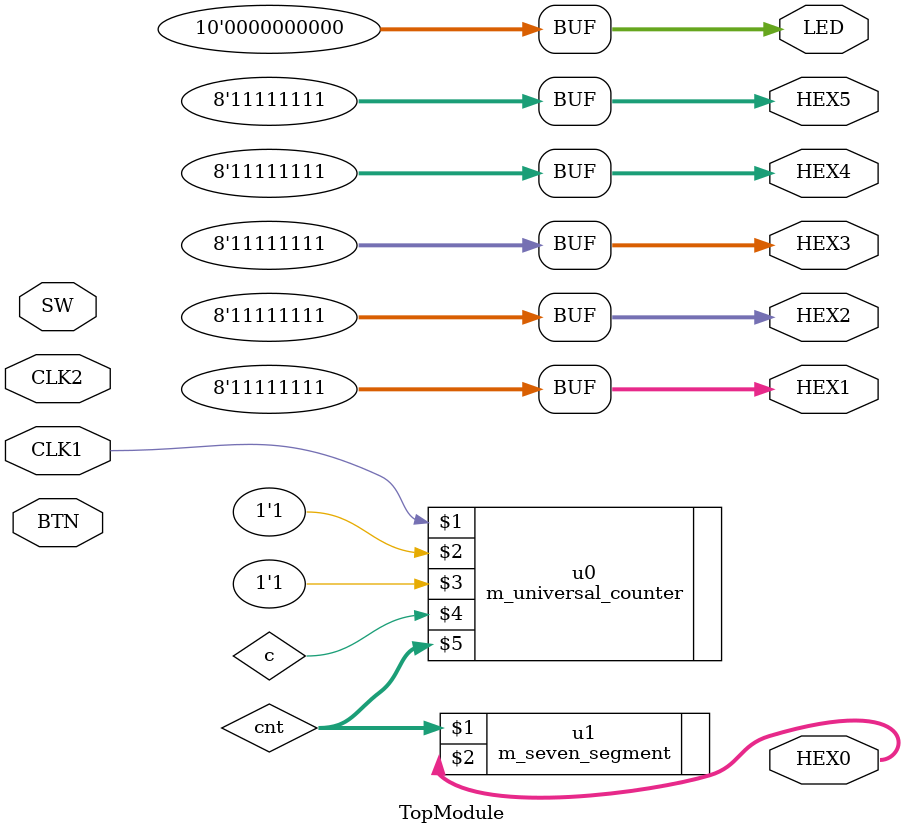
<source format=v>
module TopModule(
	///CLOCK/////
	input              CLK1,
	input              CLK2,
	//// SEG7/////
	output     [7:0]   HEX0,
	output     [7:0]   HEX1,
	output     [7:0]   HEX2,
	output     [7:0]   HEX3,
	output     [7:0]   HEX4,
	output     [7:0]   HEX5,
	//// PUSH BUTTON //////
	input      [1:0]   BTN,
	///// LED////////
	output     [9:0]   LED,
	/////// SW///////////
	input      [9:0]   SW
	
	
   
	);
	
	wire [3:0] cnt;
	wire c;
	
	
	assign LED=10'h0;
	m_universal_counter #(9) u0(CLK1, 1'b1, 1'b1, c, cnt);
	
	m_seven_segment u1(cnt, HEX0);
	assign HEX1=8'hff;
	assign HEX2=8'hff;
	assign HEX3=8'hff;
	assign HEX4=8'hff;
	assign HEX5=8'hff;


endmodule
</source>
